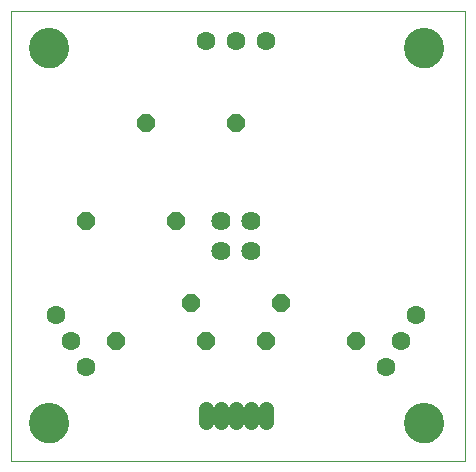
<source format=gbs>
G75*
G70*
%OFA0B0*%
%FSLAX24Y24*%
%IPPOS*%
%LPD*%
%AMOC8*
5,1,8,0,0,1.08239X$1,22.5*
%
%ADD10C,0.0000*%
%ADD11C,0.1340*%
%ADD12C,0.0631*%
%ADD13OC8,0.0600*%
%ADD14C,0.0640*%
%ADD15C,0.0516*%
D10*
X000100Y000100D02*
X000100Y015100D01*
X000100Y015096D02*
X015220Y015096D01*
X015220Y000100D01*
X000100Y000100D01*
X000720Y001350D02*
X000722Y001400D01*
X000728Y001450D01*
X000738Y001499D01*
X000752Y001547D01*
X000769Y001594D01*
X000790Y001639D01*
X000815Y001683D01*
X000843Y001724D01*
X000875Y001763D01*
X000909Y001800D01*
X000946Y001834D01*
X000986Y001864D01*
X001028Y001891D01*
X001072Y001915D01*
X001118Y001936D01*
X001165Y001952D01*
X001213Y001965D01*
X001263Y001974D01*
X001312Y001979D01*
X001363Y001980D01*
X001413Y001977D01*
X001462Y001970D01*
X001511Y001959D01*
X001559Y001944D01*
X001605Y001926D01*
X001650Y001904D01*
X001693Y001878D01*
X001734Y001849D01*
X001773Y001817D01*
X001809Y001782D01*
X001841Y001744D01*
X001871Y001704D01*
X001898Y001661D01*
X001921Y001617D01*
X001940Y001571D01*
X001956Y001523D01*
X001968Y001474D01*
X001976Y001425D01*
X001980Y001375D01*
X001980Y001325D01*
X001976Y001275D01*
X001968Y001226D01*
X001956Y001177D01*
X001940Y001129D01*
X001921Y001083D01*
X001898Y001039D01*
X001871Y000996D01*
X001841Y000956D01*
X001809Y000918D01*
X001773Y000883D01*
X001734Y000851D01*
X001693Y000822D01*
X001650Y000796D01*
X001605Y000774D01*
X001559Y000756D01*
X001511Y000741D01*
X001462Y000730D01*
X001413Y000723D01*
X001363Y000720D01*
X001312Y000721D01*
X001263Y000726D01*
X001213Y000735D01*
X001165Y000748D01*
X001118Y000764D01*
X001072Y000785D01*
X001028Y000809D01*
X000986Y000836D01*
X000946Y000866D01*
X000909Y000900D01*
X000875Y000937D01*
X000843Y000976D01*
X000815Y001017D01*
X000790Y001061D01*
X000769Y001106D01*
X000752Y001153D01*
X000738Y001201D01*
X000728Y001250D01*
X000722Y001300D01*
X000720Y001350D01*
X000720Y013850D02*
X000722Y013900D01*
X000728Y013950D01*
X000738Y013999D01*
X000752Y014047D01*
X000769Y014094D01*
X000790Y014139D01*
X000815Y014183D01*
X000843Y014224D01*
X000875Y014263D01*
X000909Y014300D01*
X000946Y014334D01*
X000986Y014364D01*
X001028Y014391D01*
X001072Y014415D01*
X001118Y014436D01*
X001165Y014452D01*
X001213Y014465D01*
X001263Y014474D01*
X001312Y014479D01*
X001363Y014480D01*
X001413Y014477D01*
X001462Y014470D01*
X001511Y014459D01*
X001559Y014444D01*
X001605Y014426D01*
X001650Y014404D01*
X001693Y014378D01*
X001734Y014349D01*
X001773Y014317D01*
X001809Y014282D01*
X001841Y014244D01*
X001871Y014204D01*
X001898Y014161D01*
X001921Y014117D01*
X001940Y014071D01*
X001956Y014023D01*
X001968Y013974D01*
X001976Y013925D01*
X001980Y013875D01*
X001980Y013825D01*
X001976Y013775D01*
X001968Y013726D01*
X001956Y013677D01*
X001940Y013629D01*
X001921Y013583D01*
X001898Y013539D01*
X001871Y013496D01*
X001841Y013456D01*
X001809Y013418D01*
X001773Y013383D01*
X001734Y013351D01*
X001693Y013322D01*
X001650Y013296D01*
X001605Y013274D01*
X001559Y013256D01*
X001511Y013241D01*
X001462Y013230D01*
X001413Y013223D01*
X001363Y013220D01*
X001312Y013221D01*
X001263Y013226D01*
X001213Y013235D01*
X001165Y013248D01*
X001118Y013264D01*
X001072Y013285D01*
X001028Y013309D01*
X000986Y013336D01*
X000946Y013366D01*
X000909Y013400D01*
X000875Y013437D01*
X000843Y013476D01*
X000815Y013517D01*
X000790Y013561D01*
X000769Y013606D01*
X000752Y013653D01*
X000738Y013701D01*
X000728Y013750D01*
X000722Y013800D01*
X000720Y013850D01*
X013220Y013850D02*
X013222Y013900D01*
X013228Y013950D01*
X013238Y013999D01*
X013252Y014047D01*
X013269Y014094D01*
X013290Y014139D01*
X013315Y014183D01*
X013343Y014224D01*
X013375Y014263D01*
X013409Y014300D01*
X013446Y014334D01*
X013486Y014364D01*
X013528Y014391D01*
X013572Y014415D01*
X013618Y014436D01*
X013665Y014452D01*
X013713Y014465D01*
X013763Y014474D01*
X013812Y014479D01*
X013863Y014480D01*
X013913Y014477D01*
X013962Y014470D01*
X014011Y014459D01*
X014059Y014444D01*
X014105Y014426D01*
X014150Y014404D01*
X014193Y014378D01*
X014234Y014349D01*
X014273Y014317D01*
X014309Y014282D01*
X014341Y014244D01*
X014371Y014204D01*
X014398Y014161D01*
X014421Y014117D01*
X014440Y014071D01*
X014456Y014023D01*
X014468Y013974D01*
X014476Y013925D01*
X014480Y013875D01*
X014480Y013825D01*
X014476Y013775D01*
X014468Y013726D01*
X014456Y013677D01*
X014440Y013629D01*
X014421Y013583D01*
X014398Y013539D01*
X014371Y013496D01*
X014341Y013456D01*
X014309Y013418D01*
X014273Y013383D01*
X014234Y013351D01*
X014193Y013322D01*
X014150Y013296D01*
X014105Y013274D01*
X014059Y013256D01*
X014011Y013241D01*
X013962Y013230D01*
X013913Y013223D01*
X013863Y013220D01*
X013812Y013221D01*
X013763Y013226D01*
X013713Y013235D01*
X013665Y013248D01*
X013618Y013264D01*
X013572Y013285D01*
X013528Y013309D01*
X013486Y013336D01*
X013446Y013366D01*
X013409Y013400D01*
X013375Y013437D01*
X013343Y013476D01*
X013315Y013517D01*
X013290Y013561D01*
X013269Y013606D01*
X013252Y013653D01*
X013238Y013701D01*
X013228Y013750D01*
X013222Y013800D01*
X013220Y013850D01*
X013220Y001350D02*
X013222Y001400D01*
X013228Y001450D01*
X013238Y001499D01*
X013252Y001547D01*
X013269Y001594D01*
X013290Y001639D01*
X013315Y001683D01*
X013343Y001724D01*
X013375Y001763D01*
X013409Y001800D01*
X013446Y001834D01*
X013486Y001864D01*
X013528Y001891D01*
X013572Y001915D01*
X013618Y001936D01*
X013665Y001952D01*
X013713Y001965D01*
X013763Y001974D01*
X013812Y001979D01*
X013863Y001980D01*
X013913Y001977D01*
X013962Y001970D01*
X014011Y001959D01*
X014059Y001944D01*
X014105Y001926D01*
X014150Y001904D01*
X014193Y001878D01*
X014234Y001849D01*
X014273Y001817D01*
X014309Y001782D01*
X014341Y001744D01*
X014371Y001704D01*
X014398Y001661D01*
X014421Y001617D01*
X014440Y001571D01*
X014456Y001523D01*
X014468Y001474D01*
X014476Y001425D01*
X014480Y001375D01*
X014480Y001325D01*
X014476Y001275D01*
X014468Y001226D01*
X014456Y001177D01*
X014440Y001129D01*
X014421Y001083D01*
X014398Y001039D01*
X014371Y000996D01*
X014341Y000956D01*
X014309Y000918D01*
X014273Y000883D01*
X014234Y000851D01*
X014193Y000822D01*
X014150Y000796D01*
X014105Y000774D01*
X014059Y000756D01*
X014011Y000741D01*
X013962Y000730D01*
X013913Y000723D01*
X013863Y000720D01*
X013812Y000721D01*
X013763Y000726D01*
X013713Y000735D01*
X013665Y000748D01*
X013618Y000764D01*
X013572Y000785D01*
X013528Y000809D01*
X013486Y000836D01*
X013446Y000866D01*
X013409Y000900D01*
X013375Y000937D01*
X013343Y000976D01*
X013315Y001017D01*
X013290Y001061D01*
X013269Y001106D01*
X013252Y001153D01*
X013238Y001201D01*
X013228Y001250D01*
X013222Y001300D01*
X013220Y001350D01*
D11*
X013850Y001350D03*
X001350Y001350D03*
X001350Y013850D03*
X013850Y013850D03*
D12*
X008600Y014100D03*
X007600Y014100D03*
X006600Y014100D03*
X001600Y004966D03*
X002100Y004100D03*
X002600Y003234D03*
X012600Y003234D03*
X013100Y004100D03*
X013600Y004966D03*
D13*
X011600Y004100D03*
X009100Y005350D03*
X008600Y004100D03*
X006600Y004100D03*
X006100Y005350D03*
X003600Y004100D03*
X002600Y008100D03*
X005600Y008100D03*
X004600Y011350D03*
X007600Y011350D03*
D14*
X007100Y008100D03*
X008100Y008100D03*
X008100Y007100D03*
X007100Y007100D03*
D15*
X007100Y001818D02*
X007100Y001382D01*
X006600Y001382D02*
X006600Y001818D01*
X007600Y001818D02*
X007600Y001382D01*
X008100Y001382D02*
X008100Y001818D01*
X008600Y001818D02*
X008600Y001382D01*
M02*

</source>
